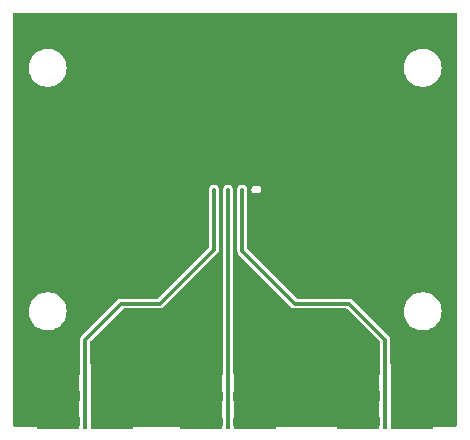
<source format=gbr>
G04 #@! TF.GenerationSoftware,KiCad,Pcbnew,(6.0.7)*
G04 #@! TF.CreationDate,2022-08-26T14:07:21-05:00*
G04 #@! TF.ProjectId,UTCPW_MountingBoard,55544350-575f-44d6-9f75-6e74696e6742,rev?*
G04 #@! TF.SameCoordinates,Original*
G04 #@! TF.FileFunction,Copper,L1,Top*
G04 #@! TF.FilePolarity,Positive*
%FSLAX46Y46*%
G04 Gerber Fmt 4.6, Leading zero omitted, Abs format (unit mm)*
G04 Created by KiCad (PCBNEW (6.0.7)) date 2022-08-26 14:07:21*
%MOMM*%
%LPD*%
G01*
G04 APERTURE LIST*
G04 #@! TA.AperFunction,ConnectorPad*
%ADD10R,0.330200X0.101600*%
G04 #@! TD*
G04 #@! TA.AperFunction,ComponentPad*
%ADD11C,1.219200*%
G04 #@! TD*
G04 #@! TA.AperFunction,SMDPad,CuDef*
%ADD12R,0.406400X5.537200*%
G04 #@! TD*
G04 #@! TA.AperFunction,SMDPad,CuDef*
%ADD13R,3.609340X5.537200*%
G04 #@! TD*
G04 #@! TA.AperFunction,Conductor*
%ADD14C,0.330200*%
G04 #@! TD*
G04 #@! TA.AperFunction,Conductor*
%ADD15C,0.250000*%
G04 #@! TD*
G04 APERTURE END LIST*
D10*
G04 #@! TO.P,U1,2*
G04 #@! TO.N,/Dev2*
X126400000Y-101600000D03*
G04 #@! TO.P,U1,1*
G04 #@! TO.N,/Dev1*
X125200000Y-101600000D03*
G04 #@! TO.P,U1,3*
G04 #@! TO.N,/Dev3*
X127600000Y-101600000D03*
G04 #@! TO.P,U1,4*
G04 #@! TO.N,/Dev4*
X128800000Y-101600000D03*
G04 #@! TD*
D11*
G04 #@! TO.P,REF\u002A\u002A,*
G04 #@! TO.N,*
X140919200Y-120167400D03*
X138480800Y-120167400D03*
X138480800Y-117957600D03*
X140919200Y-117957600D03*
D12*
G04 #@! TO.P,REF\u002A\u002A,1*
G04 #@! TO.N,/Dev3*
X139700000Y-119151400D03*
D13*
G04 #@! TO.P,REF\u002A\u002A,2*
G04 #@! TO.N,/GND*
X137439400Y-119151400D03*
X141960600Y-119151400D03*
G04 #@! TD*
D11*
G04 #@! TO.P,REF\u002A\u002A,*
G04 #@! TO.N,*
X115519200Y-120167400D03*
X113080800Y-120167400D03*
X113080800Y-117957600D03*
X115519200Y-117957600D03*
D12*
G04 #@! TO.P,REF\u002A\u002A,1*
G04 #@! TO.N,/Dev1*
X114300000Y-119151400D03*
D13*
G04 #@! TO.P,REF\u002A\u002A,2*
G04 #@! TO.N,/GND*
X112039400Y-119151400D03*
X116560600Y-119151400D03*
G04 #@! TD*
D11*
G04 #@! TO.P,REF\u002A\u002A,*
G04 #@! TO.N,*
X127619200Y-120167400D03*
X125180800Y-120167400D03*
X125180800Y-117957600D03*
X127619200Y-117957600D03*
D12*
G04 #@! TO.P,REF\u002A\u002A,1*
G04 #@! TO.N,/Dev2*
X126400000Y-119151400D03*
D13*
G04 #@! TO.P,REF\u002A\u002A,2*
G04 #@! TO.N,/GND*
X124139400Y-119151400D03*
X128660600Y-119151400D03*
G04 #@! TD*
D14*
G04 #@! TO.N,/Dev2*
X126400000Y-101600000D02*
X126400000Y-119151400D01*
G04 #@! TO.N,/Dev3*
X139700000Y-114300000D02*
X136652000Y-111252000D01*
X132080000Y-111252000D02*
X127600000Y-106772000D01*
X127600000Y-106772000D02*
X127600000Y-101600000D01*
X136652000Y-111252000D02*
X132080000Y-111252000D01*
X139700000Y-119151400D02*
X139700000Y-114300000D01*
G04 #@! TO.N,/Dev1*
X125200000Y-101600000D02*
X125200000Y-106680000D01*
X120628000Y-111252000D02*
X125200000Y-106680000D01*
D15*
X125200000Y-101602814D02*
X125200000Y-101600000D01*
X125200000Y-101602814D02*
X125200000Y-101622000D01*
D14*
X114300000Y-119151400D02*
X114300000Y-114300000D01*
X117348000Y-111252000D02*
X120628000Y-111252000D01*
X114300000Y-114300000D02*
X117348000Y-111252000D01*
G04 #@! TD*
G04 #@! TA.AperFunction,Conductor*
G04 #@! TO.N,/GND*
G36*
X145737621Y-86634502D02*
G01*
X145784114Y-86688158D01*
X145795500Y-86740500D01*
X145795500Y-121539500D01*
X145775498Y-121607621D01*
X145721842Y-121654114D01*
X145669500Y-121665500D01*
X140283700Y-121665500D01*
X140215579Y-121645498D01*
X140169086Y-121591842D01*
X140157700Y-121539500D01*
X140157700Y-120929514D01*
X140177702Y-120861393D01*
X140231358Y-120814900D01*
X140301632Y-120804796D01*
X140357761Y-120827578D01*
X140479428Y-120915974D01*
X140484770Y-120919855D01*
X140490798Y-120922539D01*
X140490800Y-120922540D01*
X140506462Y-120929513D01*
X140650707Y-120993735D01*
X140739543Y-121012617D01*
X140821922Y-121030128D01*
X140821926Y-121030128D01*
X140828379Y-121031500D01*
X141010021Y-121031500D01*
X141016474Y-121030128D01*
X141016478Y-121030128D01*
X141098857Y-121012617D01*
X141187693Y-120993735D01*
X141331938Y-120929513D01*
X141347600Y-120922540D01*
X141347602Y-120922539D01*
X141353630Y-120919855D01*
X141358972Y-120915974D01*
X141495237Y-120816972D01*
X141495239Y-120816970D01*
X141500581Y-120813089D01*
X141622123Y-120678103D01*
X141712943Y-120520797D01*
X141769073Y-120348046D01*
X141788060Y-120167400D01*
X141769073Y-119986754D01*
X141712943Y-119814003D01*
X141622123Y-119656697D01*
X141500581Y-119521711D01*
X141491345Y-119515000D01*
X141358972Y-119418826D01*
X141358971Y-119418825D01*
X141353630Y-119414945D01*
X141347602Y-119412261D01*
X141347600Y-119412260D01*
X141193724Y-119343750D01*
X141193723Y-119343750D01*
X141187693Y-119341065D01*
X141098857Y-119322182D01*
X141016478Y-119304672D01*
X141016474Y-119304672D01*
X141010021Y-119303300D01*
X140828379Y-119303300D01*
X140821926Y-119304672D01*
X140821922Y-119304672D01*
X140739543Y-119322182D01*
X140650707Y-119341065D01*
X140644677Y-119343750D01*
X140644676Y-119343750D01*
X140490800Y-119412260D01*
X140490798Y-119412261D01*
X140484770Y-119414945D01*
X140479429Y-119418825D01*
X140479428Y-119418826D01*
X140357761Y-119507222D01*
X140290893Y-119531081D01*
X140221741Y-119515000D01*
X140172261Y-119464086D01*
X140157700Y-119405286D01*
X140157699Y-118719713D01*
X140177701Y-118651592D01*
X140231357Y-118605099D01*
X140301630Y-118594995D01*
X140357760Y-118617777D01*
X140484770Y-118710055D01*
X140490798Y-118712739D01*
X140490800Y-118712740D01*
X140506462Y-118719713D01*
X140650707Y-118783935D01*
X140739543Y-118802817D01*
X140821922Y-118820328D01*
X140821926Y-118820328D01*
X140828379Y-118821700D01*
X141010021Y-118821700D01*
X141016474Y-118820328D01*
X141016478Y-118820328D01*
X141098857Y-118802817D01*
X141187693Y-118783935D01*
X141331938Y-118719713D01*
X141347600Y-118712740D01*
X141347602Y-118712739D01*
X141353630Y-118710055D01*
X141480640Y-118617777D01*
X141495237Y-118607172D01*
X141495239Y-118607170D01*
X141500581Y-118603289D01*
X141622123Y-118468303D01*
X141712943Y-118310997D01*
X141769073Y-118138246D01*
X141788060Y-117957600D01*
X141769073Y-117776954D01*
X141712943Y-117604203D01*
X141622123Y-117446897D01*
X141500581Y-117311911D01*
X141491346Y-117305201D01*
X141358972Y-117209026D01*
X141358971Y-117209025D01*
X141353630Y-117205145D01*
X141347602Y-117202461D01*
X141347600Y-117202460D01*
X141193724Y-117133950D01*
X141193723Y-117133950D01*
X141187693Y-117131265D01*
X141098857Y-117112382D01*
X141016478Y-117094872D01*
X141016474Y-117094872D01*
X141010021Y-117093500D01*
X140828379Y-117093500D01*
X140821926Y-117094872D01*
X140821922Y-117094872D01*
X140739543Y-117112382D01*
X140650707Y-117131265D01*
X140644677Y-117133950D01*
X140644676Y-117133950D01*
X140490800Y-117202460D01*
X140490798Y-117202461D01*
X140484770Y-117205145D01*
X140479429Y-117209025D01*
X140479428Y-117209026D01*
X140357760Y-117297423D01*
X140290892Y-117321282D01*
X140221741Y-117305201D01*
X140172260Y-117254287D01*
X140157699Y-117195487D01*
X140157699Y-116357734D01*
X140142934Y-116283499D01*
X140136038Y-116273178D01*
X140131289Y-116261714D01*
X140134745Y-116260283D01*
X140119600Y-116210356D01*
X140119600Y-114233542D01*
X140116536Y-114224111D01*
X140116535Y-114224107D01*
X140112332Y-114211172D01*
X140107716Y-114191948D01*
X140105588Y-114178512D01*
X140105588Y-114178511D01*
X140104037Y-114168720D01*
X140093359Y-114147763D01*
X140085794Y-114129501D01*
X140078526Y-114107132D01*
X140064705Y-114088109D01*
X140054374Y-114071250D01*
X140053712Y-114069951D01*
X140043695Y-114050291D01*
X137905804Y-111912400D01*
X141265539Y-111912400D01*
X141285354Y-112164175D01*
X141286508Y-112168982D01*
X141286509Y-112168988D01*
X141323613Y-112323535D01*
X141344312Y-112409751D01*
X141440960Y-112643080D01*
X141572919Y-112858417D01*
X141736939Y-113050461D01*
X141928983Y-113214481D01*
X142144320Y-113346440D01*
X142148890Y-113348333D01*
X142148894Y-113348335D01*
X142373076Y-113441194D01*
X142377649Y-113443088D01*
X142463865Y-113463787D01*
X142618412Y-113500891D01*
X142618418Y-113500892D01*
X142623225Y-113502046D01*
X142711253Y-113508974D01*
X142809507Y-113516707D01*
X142809516Y-113516707D01*
X142811964Y-113516900D01*
X142938036Y-113516900D01*
X142940484Y-113516707D01*
X142940493Y-113516707D01*
X143038747Y-113508974D01*
X143126775Y-113502046D01*
X143131582Y-113500892D01*
X143131588Y-113500891D01*
X143286135Y-113463787D01*
X143372351Y-113443088D01*
X143376924Y-113441194D01*
X143601106Y-113348335D01*
X143601110Y-113348333D01*
X143605680Y-113346440D01*
X143821017Y-113214481D01*
X144013061Y-113050461D01*
X144177081Y-112858417D01*
X144309040Y-112643080D01*
X144405688Y-112409751D01*
X144426387Y-112323535D01*
X144463491Y-112168988D01*
X144463492Y-112168982D01*
X144464646Y-112164175D01*
X144484461Y-111912400D01*
X144464646Y-111660625D01*
X144463492Y-111655818D01*
X144463491Y-111655812D01*
X144406843Y-111419861D01*
X144405688Y-111415049D01*
X144309040Y-111181720D01*
X144177081Y-110966383D01*
X144013061Y-110774339D01*
X143821017Y-110610319D01*
X143605680Y-110478360D01*
X143601110Y-110476467D01*
X143601106Y-110476465D01*
X143376924Y-110383606D01*
X143376922Y-110383605D01*
X143372351Y-110381712D01*
X143286135Y-110361013D01*
X143131588Y-110323909D01*
X143131582Y-110323908D01*
X143126775Y-110322754D01*
X143038747Y-110315826D01*
X142940493Y-110308093D01*
X142940484Y-110308093D01*
X142938036Y-110307900D01*
X142811964Y-110307900D01*
X142809516Y-110308093D01*
X142809507Y-110308093D01*
X142711253Y-110315826D01*
X142623225Y-110322754D01*
X142618418Y-110323908D01*
X142618412Y-110323909D01*
X142463865Y-110361013D01*
X142377649Y-110381712D01*
X142373078Y-110383605D01*
X142373076Y-110383606D01*
X142148894Y-110476465D01*
X142148890Y-110476467D01*
X142144320Y-110478360D01*
X141928983Y-110610319D01*
X141736939Y-110774339D01*
X141572919Y-110966383D01*
X141440960Y-111181720D01*
X141344312Y-111415049D01*
X141343157Y-111419861D01*
X141286509Y-111655812D01*
X141286508Y-111655818D01*
X141285354Y-111660625D01*
X141265539Y-111912400D01*
X137905804Y-111912400D01*
X136901709Y-110908305D01*
X136880751Y-110897626D01*
X136863891Y-110887295D01*
X136852892Y-110879304D01*
X136844868Y-110873474D01*
X136822499Y-110866206D01*
X136804234Y-110858640D01*
X136783280Y-110847963D01*
X136773489Y-110846412D01*
X136773488Y-110846412D01*
X136760052Y-110844284D01*
X136740828Y-110839668D01*
X136727893Y-110835465D01*
X136727889Y-110835464D01*
X136718458Y-110832400D01*
X132305994Y-110832400D01*
X132237873Y-110812398D01*
X132216899Y-110795495D01*
X128056505Y-106635101D01*
X128022479Y-106572789D01*
X128019600Y-106546006D01*
X128019600Y-101566980D01*
X128019599Y-101566975D01*
X128019599Y-101524134D01*
X128019599Y-101524133D01*
X128380400Y-101524133D01*
X128380401Y-101675866D01*
X128395166Y-101750101D01*
X128451416Y-101834284D01*
X128535599Y-101890534D01*
X128609833Y-101905300D01*
X128799969Y-101905300D01*
X128990166Y-101905299D01*
X129025918Y-101898188D01*
X129052226Y-101892956D01*
X129052228Y-101892955D01*
X129064401Y-101890534D01*
X129074721Y-101883639D01*
X129074722Y-101883638D01*
X129138268Y-101841177D01*
X129148584Y-101834284D01*
X129204834Y-101750101D01*
X129219600Y-101675867D01*
X129219599Y-101524134D01*
X129204834Y-101449899D01*
X129148584Y-101365716D01*
X129064401Y-101309466D01*
X128990167Y-101294700D01*
X128800031Y-101294700D01*
X128609834Y-101294701D01*
X128574082Y-101301812D01*
X128547774Y-101307044D01*
X128547772Y-101307045D01*
X128535599Y-101309466D01*
X128525279Y-101316361D01*
X128525278Y-101316362D01*
X128485002Y-101343274D01*
X128451416Y-101365716D01*
X128395166Y-101449899D01*
X128380400Y-101524133D01*
X128019599Y-101524133D01*
X128004834Y-101449899D01*
X127997941Y-101439583D01*
X127997939Y-101439578D01*
X127965219Y-101390610D01*
X127957718Y-101377812D01*
X127948200Y-101359132D01*
X127948199Y-101359130D01*
X127943695Y-101350291D01*
X127849709Y-101256305D01*
X127789020Y-101225383D01*
X127740117Y-101200465D01*
X127740114Y-101200464D01*
X127731280Y-101195963D01*
X127600000Y-101175170D01*
X127468720Y-101195963D01*
X127459886Y-101200464D01*
X127459883Y-101200465D01*
X127410980Y-101225383D01*
X127350291Y-101256305D01*
X127256305Y-101350291D01*
X127251801Y-101359130D01*
X127251800Y-101359132D01*
X127242282Y-101377812D01*
X127234781Y-101390610D01*
X127202060Y-101439580D01*
X127202058Y-101439584D01*
X127195166Y-101449899D01*
X127192745Y-101462068D01*
X127192745Y-101462069D01*
X127192744Y-101462074D01*
X127180400Y-101524133D01*
X127180400Y-106838458D01*
X127183464Y-106847889D01*
X127183465Y-106847893D01*
X127187668Y-106860828D01*
X127192284Y-106880052D01*
X127195963Y-106903280D01*
X127200465Y-106912115D01*
X127206640Y-106924234D01*
X127214206Y-106942499D01*
X127221474Y-106964868D01*
X127227304Y-106972892D01*
X127235295Y-106983891D01*
X127245626Y-107000750D01*
X127256305Y-107021709D01*
X131830291Y-111595695D01*
X131849951Y-111605712D01*
X131851250Y-111606374D01*
X131868109Y-111616705D01*
X131887132Y-111630526D01*
X131909501Y-111637794D01*
X131927763Y-111645359D01*
X131948720Y-111656037D01*
X131958511Y-111657588D01*
X131958512Y-111657588D01*
X131971948Y-111659716D01*
X131991172Y-111664332D01*
X132004107Y-111668535D01*
X132004111Y-111668536D01*
X132013542Y-111671600D01*
X136426006Y-111671600D01*
X136494127Y-111691602D01*
X136515101Y-111708505D01*
X139243495Y-114436899D01*
X139277521Y-114499211D01*
X139280400Y-114525994D01*
X139280400Y-116210356D01*
X139265255Y-116260284D01*
X139268710Y-116261715D01*
X139263960Y-116273181D01*
X139257066Y-116283499D01*
X139242300Y-116357733D01*
X139242300Y-117195486D01*
X139222298Y-117263607D01*
X139168642Y-117310100D01*
X139098368Y-117320204D01*
X139042239Y-117297422D01*
X138920572Y-117209026D01*
X138920571Y-117209025D01*
X138915230Y-117205145D01*
X138909202Y-117202461D01*
X138909200Y-117202460D01*
X138755324Y-117133950D01*
X138755323Y-117133950D01*
X138749293Y-117131265D01*
X138660457Y-117112382D01*
X138578078Y-117094872D01*
X138578074Y-117094872D01*
X138571621Y-117093500D01*
X138389979Y-117093500D01*
X138383526Y-117094872D01*
X138383522Y-117094872D01*
X138301143Y-117112382D01*
X138212307Y-117131265D01*
X138206277Y-117133950D01*
X138206276Y-117133950D01*
X138052400Y-117202460D01*
X138052398Y-117202461D01*
X138046370Y-117205145D01*
X138041029Y-117209025D01*
X138041028Y-117209026D01*
X137908655Y-117305201D01*
X137899419Y-117311911D01*
X137777877Y-117446897D01*
X137687057Y-117604203D01*
X137630927Y-117776954D01*
X137611940Y-117957600D01*
X137630927Y-118138246D01*
X137687057Y-118310997D01*
X137777877Y-118468303D01*
X137899419Y-118603289D01*
X137904761Y-118607170D01*
X137904763Y-118607172D01*
X137919360Y-118617777D01*
X138046370Y-118710055D01*
X138052398Y-118712739D01*
X138052400Y-118712740D01*
X138068062Y-118719713D01*
X138212307Y-118783935D01*
X138301143Y-118802817D01*
X138383522Y-118820328D01*
X138383526Y-118820328D01*
X138389979Y-118821700D01*
X138571621Y-118821700D01*
X138578074Y-118820328D01*
X138578078Y-118820328D01*
X138660457Y-118802817D01*
X138749293Y-118783935D01*
X138893538Y-118719713D01*
X138909200Y-118712740D01*
X138909202Y-118712739D01*
X138915230Y-118710055D01*
X139042238Y-118617778D01*
X139109107Y-118593919D01*
X139178259Y-118610000D01*
X139227739Y-118660914D01*
X139242300Y-118719714D01*
X139242301Y-119405287D01*
X139222299Y-119473408D01*
X139168643Y-119519901D01*
X139098370Y-119530005D01*
X139042240Y-119507223D01*
X138920572Y-119418826D01*
X138920571Y-119418825D01*
X138915230Y-119414945D01*
X138909202Y-119412261D01*
X138909200Y-119412260D01*
X138755324Y-119343750D01*
X138755323Y-119343750D01*
X138749293Y-119341065D01*
X138660457Y-119322182D01*
X138578078Y-119304672D01*
X138578074Y-119304672D01*
X138571621Y-119303300D01*
X138389979Y-119303300D01*
X138383526Y-119304672D01*
X138383522Y-119304672D01*
X138301143Y-119322182D01*
X138212307Y-119341065D01*
X138206277Y-119343750D01*
X138206276Y-119343750D01*
X138052400Y-119412260D01*
X138052398Y-119412261D01*
X138046370Y-119414945D01*
X138041029Y-119418825D01*
X138041028Y-119418826D01*
X137908656Y-119515000D01*
X137899419Y-119521711D01*
X137777877Y-119656697D01*
X137687057Y-119814003D01*
X137630927Y-119986754D01*
X137611940Y-120167400D01*
X137630927Y-120348046D01*
X137687057Y-120520797D01*
X137777877Y-120678103D01*
X137899419Y-120813089D01*
X137904761Y-120816970D01*
X137904763Y-120816972D01*
X138041028Y-120915974D01*
X138046370Y-120919855D01*
X138052398Y-120922539D01*
X138052400Y-120922540D01*
X138068062Y-120929513D01*
X138212307Y-120993735D01*
X138301143Y-121012617D01*
X138383522Y-121030128D01*
X138383526Y-121030128D01*
X138389979Y-121031500D01*
X138571621Y-121031500D01*
X138578074Y-121030128D01*
X138578078Y-121030128D01*
X138660457Y-121012617D01*
X138749293Y-120993735D01*
X138893538Y-120929513D01*
X138909200Y-120922540D01*
X138909202Y-120922539D01*
X138915230Y-120919855D01*
X139042240Y-120827577D01*
X139109108Y-120803718D01*
X139178259Y-120819799D01*
X139227740Y-120870713D01*
X139242301Y-120929513D01*
X139242301Y-121539500D01*
X139222299Y-121607621D01*
X139168643Y-121654114D01*
X139116301Y-121665500D01*
X126983700Y-121665500D01*
X126915579Y-121645498D01*
X126869086Y-121591842D01*
X126857700Y-121539500D01*
X126857700Y-120929514D01*
X126877702Y-120861393D01*
X126931358Y-120814900D01*
X127001632Y-120804796D01*
X127057761Y-120827578D01*
X127179428Y-120915974D01*
X127184770Y-120919855D01*
X127190798Y-120922539D01*
X127190800Y-120922540D01*
X127206462Y-120929513D01*
X127350707Y-120993735D01*
X127439543Y-121012617D01*
X127521922Y-121030128D01*
X127521926Y-121030128D01*
X127528379Y-121031500D01*
X127710021Y-121031500D01*
X127716474Y-121030128D01*
X127716478Y-121030128D01*
X127798857Y-121012617D01*
X127887693Y-120993735D01*
X128031938Y-120929513D01*
X128047600Y-120922540D01*
X128047602Y-120922539D01*
X128053630Y-120919855D01*
X128058972Y-120915974D01*
X128195237Y-120816972D01*
X128195239Y-120816970D01*
X128200581Y-120813089D01*
X128322123Y-120678103D01*
X128412943Y-120520797D01*
X128469073Y-120348046D01*
X128488060Y-120167400D01*
X128469073Y-119986754D01*
X128412943Y-119814003D01*
X128322123Y-119656697D01*
X128200581Y-119521711D01*
X128191345Y-119515000D01*
X128058972Y-119418826D01*
X128058971Y-119418825D01*
X128053630Y-119414945D01*
X128047602Y-119412261D01*
X128047600Y-119412260D01*
X127893724Y-119343750D01*
X127893723Y-119343750D01*
X127887693Y-119341065D01*
X127798857Y-119322182D01*
X127716478Y-119304672D01*
X127716474Y-119304672D01*
X127710021Y-119303300D01*
X127528379Y-119303300D01*
X127521926Y-119304672D01*
X127521922Y-119304672D01*
X127439543Y-119322182D01*
X127350707Y-119341065D01*
X127344677Y-119343750D01*
X127344676Y-119343750D01*
X127190800Y-119412260D01*
X127190798Y-119412261D01*
X127184770Y-119414945D01*
X127179429Y-119418825D01*
X127179428Y-119418826D01*
X127057761Y-119507222D01*
X126990893Y-119531081D01*
X126921741Y-119515000D01*
X126872261Y-119464086D01*
X126857700Y-119405286D01*
X126857699Y-118719713D01*
X126877701Y-118651592D01*
X126931357Y-118605099D01*
X127001630Y-118594995D01*
X127057760Y-118617777D01*
X127184770Y-118710055D01*
X127190798Y-118712739D01*
X127190800Y-118712740D01*
X127206462Y-118719713D01*
X127350707Y-118783935D01*
X127439543Y-118802817D01*
X127521922Y-118820328D01*
X127521926Y-118820328D01*
X127528379Y-118821700D01*
X127710021Y-118821700D01*
X127716474Y-118820328D01*
X127716478Y-118820328D01*
X127798857Y-118802817D01*
X127887693Y-118783935D01*
X128031938Y-118719713D01*
X128047600Y-118712740D01*
X128047602Y-118712739D01*
X128053630Y-118710055D01*
X128180640Y-118617777D01*
X128195237Y-118607172D01*
X128195239Y-118607170D01*
X128200581Y-118603289D01*
X128322123Y-118468303D01*
X128412943Y-118310997D01*
X128469073Y-118138246D01*
X128488060Y-117957600D01*
X128469073Y-117776954D01*
X128412943Y-117604203D01*
X128322123Y-117446897D01*
X128200581Y-117311911D01*
X128191346Y-117305201D01*
X128058972Y-117209026D01*
X128058971Y-117209025D01*
X128053630Y-117205145D01*
X128047602Y-117202461D01*
X128047600Y-117202460D01*
X127893724Y-117133950D01*
X127893723Y-117133950D01*
X127887693Y-117131265D01*
X127798857Y-117112382D01*
X127716478Y-117094872D01*
X127716474Y-117094872D01*
X127710021Y-117093500D01*
X127528379Y-117093500D01*
X127521926Y-117094872D01*
X127521922Y-117094872D01*
X127439543Y-117112382D01*
X127350707Y-117131265D01*
X127344677Y-117133950D01*
X127344676Y-117133950D01*
X127190800Y-117202460D01*
X127190798Y-117202461D01*
X127184770Y-117205145D01*
X127179429Y-117209025D01*
X127179428Y-117209026D01*
X127057760Y-117297423D01*
X126990892Y-117321282D01*
X126921741Y-117305201D01*
X126872260Y-117254287D01*
X126857699Y-117195487D01*
X126857699Y-116357734D01*
X126842934Y-116283499D01*
X126836038Y-116273178D01*
X126831289Y-116261714D01*
X126834745Y-116260283D01*
X126819600Y-116210356D01*
X126819600Y-101566980D01*
X126819599Y-101566975D01*
X126819599Y-101524134D01*
X126804834Y-101449899D01*
X126797941Y-101439583D01*
X126797939Y-101439578D01*
X126765219Y-101390610D01*
X126757718Y-101377812D01*
X126748200Y-101359132D01*
X126748199Y-101359130D01*
X126743695Y-101350291D01*
X126649709Y-101256305D01*
X126589020Y-101225383D01*
X126540117Y-101200465D01*
X126540114Y-101200464D01*
X126531280Y-101195963D01*
X126400000Y-101175170D01*
X126268720Y-101195963D01*
X126259886Y-101200464D01*
X126259883Y-101200465D01*
X126210980Y-101225383D01*
X126150291Y-101256305D01*
X126056305Y-101350291D01*
X126051801Y-101359130D01*
X126051800Y-101359132D01*
X126042282Y-101377812D01*
X126034781Y-101390610D01*
X126002060Y-101439580D01*
X126002058Y-101439584D01*
X125995166Y-101449899D01*
X125992745Y-101462068D01*
X125992745Y-101462069D01*
X125992744Y-101462074D01*
X125980400Y-101524133D01*
X125980400Y-116210356D01*
X125965255Y-116260284D01*
X125968710Y-116261715D01*
X125963960Y-116273181D01*
X125957066Y-116283499D01*
X125942300Y-116357733D01*
X125942300Y-117195486D01*
X125922298Y-117263607D01*
X125868642Y-117310100D01*
X125798368Y-117320204D01*
X125742239Y-117297422D01*
X125620572Y-117209026D01*
X125620571Y-117209025D01*
X125615230Y-117205145D01*
X125609202Y-117202461D01*
X125609200Y-117202460D01*
X125455324Y-117133950D01*
X125455323Y-117133950D01*
X125449293Y-117131265D01*
X125360457Y-117112382D01*
X125278078Y-117094872D01*
X125278074Y-117094872D01*
X125271621Y-117093500D01*
X125089979Y-117093500D01*
X125083526Y-117094872D01*
X125083522Y-117094872D01*
X125001143Y-117112382D01*
X124912307Y-117131265D01*
X124906277Y-117133950D01*
X124906276Y-117133950D01*
X124752400Y-117202460D01*
X124752398Y-117202461D01*
X124746370Y-117205145D01*
X124741029Y-117209025D01*
X124741028Y-117209026D01*
X124608655Y-117305201D01*
X124599419Y-117311911D01*
X124477877Y-117446897D01*
X124387057Y-117604203D01*
X124330927Y-117776954D01*
X124311940Y-117957600D01*
X124330927Y-118138246D01*
X124387057Y-118310997D01*
X124477877Y-118468303D01*
X124599419Y-118603289D01*
X124604761Y-118607170D01*
X124604763Y-118607172D01*
X124619360Y-118617777D01*
X124746370Y-118710055D01*
X124752398Y-118712739D01*
X124752400Y-118712740D01*
X124768062Y-118719713D01*
X124912307Y-118783935D01*
X125001143Y-118802817D01*
X125083522Y-118820328D01*
X125083526Y-118820328D01*
X125089979Y-118821700D01*
X125271621Y-118821700D01*
X125278074Y-118820328D01*
X125278078Y-118820328D01*
X125360457Y-118802817D01*
X125449293Y-118783935D01*
X125593538Y-118719713D01*
X125609200Y-118712740D01*
X125609202Y-118712739D01*
X125615230Y-118710055D01*
X125742238Y-118617778D01*
X125809107Y-118593919D01*
X125878259Y-118610000D01*
X125927739Y-118660914D01*
X125942300Y-118719714D01*
X125942301Y-119405287D01*
X125922299Y-119473408D01*
X125868643Y-119519901D01*
X125798370Y-119530005D01*
X125742240Y-119507223D01*
X125620572Y-119418826D01*
X125620571Y-119418825D01*
X125615230Y-119414945D01*
X125609202Y-119412261D01*
X125609200Y-119412260D01*
X125455324Y-119343750D01*
X125455323Y-119343750D01*
X125449293Y-119341065D01*
X125360457Y-119322182D01*
X125278078Y-119304672D01*
X125278074Y-119304672D01*
X125271621Y-119303300D01*
X125089979Y-119303300D01*
X125083526Y-119304672D01*
X125083522Y-119304672D01*
X125001143Y-119322182D01*
X124912307Y-119341065D01*
X124906277Y-119343750D01*
X124906276Y-119343750D01*
X124752400Y-119412260D01*
X124752398Y-119412261D01*
X124746370Y-119414945D01*
X124741029Y-119418825D01*
X124741028Y-119418826D01*
X124608656Y-119515000D01*
X124599419Y-119521711D01*
X124477877Y-119656697D01*
X124387057Y-119814003D01*
X124330927Y-119986754D01*
X124311940Y-120167400D01*
X124330927Y-120348046D01*
X124387057Y-120520797D01*
X124477877Y-120678103D01*
X124599419Y-120813089D01*
X124604761Y-120816970D01*
X124604763Y-120816972D01*
X124741028Y-120915974D01*
X124746370Y-120919855D01*
X124752398Y-120922539D01*
X124752400Y-120922540D01*
X124768062Y-120929513D01*
X124912307Y-120993735D01*
X125001143Y-121012617D01*
X125083522Y-121030128D01*
X125083526Y-121030128D01*
X125089979Y-121031500D01*
X125271621Y-121031500D01*
X125278074Y-121030128D01*
X125278078Y-121030128D01*
X125360457Y-121012617D01*
X125449293Y-120993735D01*
X125593538Y-120929513D01*
X125609200Y-120922540D01*
X125609202Y-120922539D01*
X125615230Y-120919855D01*
X125742240Y-120827577D01*
X125809108Y-120803718D01*
X125878259Y-120819799D01*
X125927740Y-120870713D01*
X125942301Y-120929513D01*
X125942301Y-121539500D01*
X125922299Y-121607621D01*
X125868643Y-121654114D01*
X125816301Y-121665500D01*
X114883700Y-121665500D01*
X114815579Y-121645498D01*
X114769086Y-121591842D01*
X114757700Y-121539500D01*
X114757700Y-120929514D01*
X114777702Y-120861393D01*
X114831358Y-120814900D01*
X114901632Y-120804796D01*
X114957761Y-120827578D01*
X115079428Y-120915974D01*
X115084770Y-120919855D01*
X115090798Y-120922539D01*
X115090800Y-120922540D01*
X115106462Y-120929513D01*
X115250707Y-120993735D01*
X115339543Y-121012617D01*
X115421922Y-121030128D01*
X115421926Y-121030128D01*
X115428379Y-121031500D01*
X115610021Y-121031500D01*
X115616474Y-121030128D01*
X115616478Y-121030128D01*
X115698857Y-121012617D01*
X115787693Y-120993735D01*
X115931938Y-120929513D01*
X115947600Y-120922540D01*
X115947602Y-120922539D01*
X115953630Y-120919855D01*
X115958972Y-120915974D01*
X116095237Y-120816972D01*
X116095239Y-120816970D01*
X116100581Y-120813089D01*
X116222123Y-120678103D01*
X116312943Y-120520797D01*
X116369073Y-120348046D01*
X116388060Y-120167400D01*
X116369073Y-119986754D01*
X116312943Y-119814003D01*
X116222123Y-119656697D01*
X116100581Y-119521711D01*
X116091345Y-119515000D01*
X115958972Y-119418826D01*
X115958971Y-119418825D01*
X115953630Y-119414945D01*
X115947602Y-119412261D01*
X115947600Y-119412260D01*
X115793724Y-119343750D01*
X115793723Y-119343750D01*
X115787693Y-119341065D01*
X115698857Y-119322182D01*
X115616478Y-119304672D01*
X115616474Y-119304672D01*
X115610021Y-119303300D01*
X115428379Y-119303300D01*
X115421926Y-119304672D01*
X115421922Y-119304672D01*
X115339543Y-119322182D01*
X115250707Y-119341065D01*
X115244677Y-119343750D01*
X115244676Y-119343750D01*
X115090800Y-119412260D01*
X115090798Y-119412261D01*
X115084770Y-119414945D01*
X115079429Y-119418825D01*
X115079428Y-119418826D01*
X114957761Y-119507222D01*
X114890893Y-119531081D01*
X114821741Y-119515000D01*
X114772261Y-119464086D01*
X114757700Y-119405286D01*
X114757699Y-118719713D01*
X114777701Y-118651592D01*
X114831357Y-118605099D01*
X114901630Y-118594995D01*
X114957760Y-118617777D01*
X115084770Y-118710055D01*
X115090798Y-118712739D01*
X115090800Y-118712740D01*
X115106462Y-118719713D01*
X115250707Y-118783935D01*
X115339543Y-118802817D01*
X115421922Y-118820328D01*
X115421926Y-118820328D01*
X115428379Y-118821700D01*
X115610021Y-118821700D01*
X115616474Y-118820328D01*
X115616478Y-118820328D01*
X115698857Y-118802817D01*
X115787693Y-118783935D01*
X115931938Y-118719713D01*
X115947600Y-118712740D01*
X115947602Y-118712739D01*
X115953630Y-118710055D01*
X116080640Y-118617777D01*
X116095237Y-118607172D01*
X116095239Y-118607170D01*
X116100581Y-118603289D01*
X116222123Y-118468303D01*
X116312943Y-118310997D01*
X116369073Y-118138246D01*
X116388060Y-117957600D01*
X116369073Y-117776954D01*
X116312943Y-117604203D01*
X116222123Y-117446897D01*
X116100581Y-117311911D01*
X116091346Y-117305201D01*
X115958972Y-117209026D01*
X115958971Y-117209025D01*
X115953630Y-117205145D01*
X115947602Y-117202461D01*
X115947600Y-117202460D01*
X115793724Y-117133950D01*
X115793723Y-117133950D01*
X115787693Y-117131265D01*
X115698857Y-117112382D01*
X115616478Y-117094872D01*
X115616474Y-117094872D01*
X115610021Y-117093500D01*
X115428379Y-117093500D01*
X115421926Y-117094872D01*
X115421922Y-117094872D01*
X115339543Y-117112382D01*
X115250707Y-117131265D01*
X115244677Y-117133950D01*
X115244676Y-117133950D01*
X115090800Y-117202460D01*
X115090798Y-117202461D01*
X115084770Y-117205145D01*
X115079429Y-117209025D01*
X115079428Y-117209026D01*
X114957760Y-117297423D01*
X114890892Y-117321282D01*
X114821741Y-117305201D01*
X114772260Y-117254287D01*
X114757699Y-117195487D01*
X114757699Y-116357734D01*
X114742934Y-116283499D01*
X114736038Y-116273178D01*
X114731289Y-116261714D01*
X114734745Y-116260283D01*
X114719600Y-116210356D01*
X114719600Y-114525994D01*
X114739602Y-114457873D01*
X114756505Y-114436899D01*
X117484899Y-111708505D01*
X117547211Y-111674479D01*
X117573994Y-111671600D01*
X120694458Y-111671600D01*
X120703889Y-111668536D01*
X120703893Y-111668535D01*
X120716828Y-111664332D01*
X120736052Y-111659716D01*
X120749488Y-111657588D01*
X120749489Y-111657588D01*
X120759280Y-111656037D01*
X120780237Y-111645359D01*
X120798499Y-111637794D01*
X120820868Y-111630526D01*
X120839891Y-111616705D01*
X120856750Y-111606374D01*
X120858049Y-111605712D01*
X120877709Y-111595695D01*
X125543695Y-106929709D01*
X125554373Y-106908751D01*
X125564699Y-106891899D01*
X125578526Y-106872869D01*
X125581591Y-106863437D01*
X125585796Y-106850497D01*
X125593360Y-106832236D01*
X125599534Y-106820118D01*
X125599534Y-106820117D01*
X125604037Y-106811280D01*
X125607716Y-106788052D01*
X125612332Y-106768828D01*
X125616535Y-106755893D01*
X125616536Y-106755889D01*
X125619600Y-106746458D01*
X125619600Y-101566980D01*
X125619599Y-101566975D01*
X125619599Y-101524134D01*
X125604834Y-101449899D01*
X125597941Y-101439583D01*
X125597939Y-101439578D01*
X125565219Y-101390610D01*
X125557718Y-101377812D01*
X125548200Y-101359132D01*
X125548199Y-101359130D01*
X125543695Y-101350291D01*
X125449709Y-101256305D01*
X125389020Y-101225383D01*
X125340117Y-101200465D01*
X125340114Y-101200464D01*
X125331280Y-101195963D01*
X125200000Y-101175170D01*
X125068720Y-101195963D01*
X125059886Y-101200464D01*
X125059883Y-101200465D01*
X125010980Y-101225383D01*
X124950291Y-101256305D01*
X124856305Y-101350291D01*
X124851801Y-101359130D01*
X124851800Y-101359132D01*
X124842282Y-101377812D01*
X124834781Y-101390610D01*
X124802060Y-101439580D01*
X124802058Y-101439584D01*
X124795166Y-101449899D01*
X124792745Y-101462068D01*
X124792745Y-101462069D01*
X124792744Y-101462074D01*
X124780400Y-101524133D01*
X124780400Y-106454006D01*
X124760398Y-106522127D01*
X124743495Y-106543101D01*
X120491101Y-110795495D01*
X120428789Y-110829521D01*
X120402006Y-110832400D01*
X117281542Y-110832400D01*
X117272111Y-110835464D01*
X117272107Y-110835465D01*
X117259172Y-110839668D01*
X117239948Y-110844284D01*
X117226512Y-110846412D01*
X117226511Y-110846412D01*
X117216720Y-110847963D01*
X117195766Y-110858640D01*
X117177501Y-110866206D01*
X117155132Y-110873474D01*
X117147108Y-110879304D01*
X117136109Y-110887295D01*
X117119249Y-110897626D01*
X117098291Y-110908305D01*
X113956305Y-114050291D01*
X113946288Y-114069951D01*
X113945626Y-114071250D01*
X113935295Y-114088109D01*
X113921474Y-114107132D01*
X113914206Y-114129501D01*
X113906641Y-114147763D01*
X113895963Y-114168720D01*
X113894412Y-114178511D01*
X113894412Y-114178512D01*
X113892284Y-114191948D01*
X113887668Y-114211172D01*
X113883465Y-114224107D01*
X113883464Y-114224111D01*
X113880400Y-114233542D01*
X113880400Y-116210356D01*
X113865255Y-116260284D01*
X113868710Y-116261715D01*
X113863960Y-116273181D01*
X113857066Y-116283499D01*
X113842300Y-116357733D01*
X113842300Y-117195486D01*
X113822298Y-117263607D01*
X113768642Y-117310100D01*
X113698368Y-117320204D01*
X113642239Y-117297422D01*
X113520572Y-117209026D01*
X113520571Y-117209025D01*
X113515230Y-117205145D01*
X113509202Y-117202461D01*
X113509200Y-117202460D01*
X113355324Y-117133950D01*
X113355323Y-117133950D01*
X113349293Y-117131265D01*
X113260457Y-117112382D01*
X113178078Y-117094872D01*
X113178074Y-117094872D01*
X113171621Y-117093500D01*
X112989979Y-117093500D01*
X112983526Y-117094872D01*
X112983522Y-117094872D01*
X112901143Y-117112382D01*
X112812307Y-117131265D01*
X112806277Y-117133950D01*
X112806276Y-117133950D01*
X112652400Y-117202460D01*
X112652398Y-117202461D01*
X112646370Y-117205145D01*
X112641029Y-117209025D01*
X112641028Y-117209026D01*
X112508655Y-117305201D01*
X112499419Y-117311911D01*
X112377877Y-117446897D01*
X112287057Y-117604203D01*
X112230927Y-117776954D01*
X112211940Y-117957600D01*
X112230927Y-118138246D01*
X112287057Y-118310997D01*
X112377877Y-118468303D01*
X112499419Y-118603289D01*
X112504761Y-118607170D01*
X112504763Y-118607172D01*
X112519360Y-118617777D01*
X112646370Y-118710055D01*
X112652398Y-118712739D01*
X112652400Y-118712740D01*
X112668062Y-118719713D01*
X112812307Y-118783935D01*
X112901143Y-118802817D01*
X112983522Y-118820328D01*
X112983526Y-118820328D01*
X112989979Y-118821700D01*
X113171621Y-118821700D01*
X113178074Y-118820328D01*
X113178078Y-118820328D01*
X113260457Y-118802817D01*
X113349293Y-118783935D01*
X113493538Y-118719713D01*
X113509200Y-118712740D01*
X113509202Y-118712739D01*
X113515230Y-118710055D01*
X113642238Y-118617778D01*
X113709107Y-118593919D01*
X113778259Y-118610000D01*
X113827739Y-118660914D01*
X113842300Y-118719714D01*
X113842301Y-119405287D01*
X113822299Y-119473408D01*
X113768643Y-119519901D01*
X113698370Y-119530005D01*
X113642240Y-119507223D01*
X113520572Y-119418826D01*
X113520571Y-119418825D01*
X113515230Y-119414945D01*
X113509202Y-119412261D01*
X113509200Y-119412260D01*
X113355324Y-119343750D01*
X113355323Y-119343750D01*
X113349293Y-119341065D01*
X113260457Y-119322182D01*
X113178078Y-119304672D01*
X113178074Y-119304672D01*
X113171621Y-119303300D01*
X112989979Y-119303300D01*
X112983526Y-119304672D01*
X112983522Y-119304672D01*
X112901143Y-119322182D01*
X112812307Y-119341065D01*
X112806277Y-119343750D01*
X112806276Y-119343750D01*
X112652400Y-119412260D01*
X112652398Y-119412261D01*
X112646370Y-119414945D01*
X112641029Y-119418825D01*
X112641028Y-119418826D01*
X112508656Y-119515000D01*
X112499419Y-119521711D01*
X112377877Y-119656697D01*
X112287057Y-119814003D01*
X112230927Y-119986754D01*
X112211940Y-120167400D01*
X112230927Y-120348046D01*
X112287057Y-120520797D01*
X112377877Y-120678103D01*
X112499419Y-120813089D01*
X112504761Y-120816970D01*
X112504763Y-120816972D01*
X112641028Y-120915974D01*
X112646370Y-120919855D01*
X112652398Y-120922539D01*
X112652400Y-120922540D01*
X112668062Y-120929513D01*
X112812307Y-120993735D01*
X112901143Y-121012617D01*
X112983522Y-121030128D01*
X112983526Y-121030128D01*
X112989979Y-121031500D01*
X113171621Y-121031500D01*
X113178074Y-121030128D01*
X113178078Y-121030128D01*
X113260457Y-121012617D01*
X113349293Y-120993735D01*
X113493538Y-120929513D01*
X113509200Y-120922540D01*
X113509202Y-120922539D01*
X113515230Y-120919855D01*
X113642240Y-120827577D01*
X113709108Y-120803718D01*
X113778259Y-120819799D01*
X113827740Y-120870713D01*
X113842301Y-120929513D01*
X113842301Y-121539500D01*
X113822299Y-121607621D01*
X113768643Y-121654114D01*
X113716301Y-121665500D01*
X108330500Y-121665500D01*
X108262379Y-121645498D01*
X108215886Y-121591842D01*
X108204500Y-121539500D01*
X108204500Y-111912400D01*
X109515539Y-111912400D01*
X109535354Y-112164175D01*
X109536508Y-112168982D01*
X109536509Y-112168988D01*
X109573613Y-112323535D01*
X109594312Y-112409751D01*
X109690960Y-112643080D01*
X109822919Y-112858417D01*
X109986939Y-113050461D01*
X110178983Y-113214481D01*
X110394320Y-113346440D01*
X110398890Y-113348333D01*
X110398894Y-113348335D01*
X110623076Y-113441194D01*
X110627649Y-113443088D01*
X110713865Y-113463787D01*
X110868412Y-113500891D01*
X110868418Y-113500892D01*
X110873225Y-113502046D01*
X110961253Y-113508974D01*
X111059507Y-113516707D01*
X111059516Y-113516707D01*
X111061964Y-113516900D01*
X111188036Y-113516900D01*
X111190484Y-113516707D01*
X111190493Y-113516707D01*
X111288747Y-113508974D01*
X111376775Y-113502046D01*
X111381582Y-113500892D01*
X111381588Y-113500891D01*
X111536135Y-113463787D01*
X111622351Y-113443088D01*
X111626924Y-113441194D01*
X111851106Y-113348335D01*
X111851110Y-113348333D01*
X111855680Y-113346440D01*
X112071017Y-113214481D01*
X112263061Y-113050461D01*
X112427081Y-112858417D01*
X112559040Y-112643080D01*
X112655688Y-112409751D01*
X112676387Y-112323535D01*
X112713491Y-112168988D01*
X112713492Y-112168982D01*
X112714646Y-112164175D01*
X112734461Y-111912400D01*
X112714646Y-111660625D01*
X112713492Y-111655818D01*
X112713491Y-111655812D01*
X112656843Y-111419861D01*
X112655688Y-111415049D01*
X112559040Y-111181720D01*
X112427081Y-110966383D01*
X112263061Y-110774339D01*
X112071017Y-110610319D01*
X111855680Y-110478360D01*
X111851110Y-110476467D01*
X111851106Y-110476465D01*
X111626924Y-110383606D01*
X111626922Y-110383605D01*
X111622351Y-110381712D01*
X111536135Y-110361013D01*
X111381588Y-110323909D01*
X111381582Y-110323908D01*
X111376775Y-110322754D01*
X111288747Y-110315826D01*
X111190493Y-110308093D01*
X111190484Y-110308093D01*
X111188036Y-110307900D01*
X111061964Y-110307900D01*
X111059516Y-110308093D01*
X111059507Y-110308093D01*
X110961253Y-110315826D01*
X110873225Y-110322754D01*
X110868418Y-110323908D01*
X110868412Y-110323909D01*
X110713865Y-110361013D01*
X110627649Y-110381712D01*
X110623078Y-110383605D01*
X110623076Y-110383606D01*
X110398894Y-110476465D01*
X110398890Y-110476467D01*
X110394320Y-110478360D01*
X110178983Y-110610319D01*
X109986939Y-110774339D01*
X109822919Y-110966383D01*
X109690960Y-111181720D01*
X109594312Y-111415049D01*
X109593157Y-111419861D01*
X109536509Y-111655812D01*
X109536508Y-111655818D01*
X109535354Y-111660625D01*
X109515539Y-111912400D01*
X108204500Y-111912400D01*
X108204500Y-91287600D01*
X109515539Y-91287600D01*
X109535354Y-91539375D01*
X109536508Y-91544182D01*
X109536509Y-91544188D01*
X109573613Y-91698735D01*
X109594312Y-91784951D01*
X109690960Y-92018280D01*
X109822919Y-92233617D01*
X109986939Y-92425661D01*
X110178983Y-92589681D01*
X110394320Y-92721640D01*
X110398890Y-92723533D01*
X110398894Y-92723535D01*
X110623076Y-92816394D01*
X110627649Y-92818288D01*
X110713865Y-92838987D01*
X110868412Y-92876091D01*
X110868418Y-92876092D01*
X110873225Y-92877246D01*
X110961253Y-92884174D01*
X111059507Y-92891907D01*
X111059516Y-92891907D01*
X111061964Y-92892100D01*
X111188036Y-92892100D01*
X111190484Y-92891907D01*
X111190493Y-92891907D01*
X111288747Y-92884174D01*
X111376775Y-92877246D01*
X111381582Y-92876092D01*
X111381588Y-92876091D01*
X111536135Y-92838987D01*
X111622351Y-92818288D01*
X111626924Y-92816394D01*
X111851106Y-92723535D01*
X111851110Y-92723533D01*
X111855680Y-92721640D01*
X112071017Y-92589681D01*
X112263061Y-92425661D01*
X112427081Y-92233617D01*
X112559040Y-92018280D01*
X112655688Y-91784951D01*
X112676387Y-91698735D01*
X112713491Y-91544188D01*
X112713492Y-91544182D01*
X112714646Y-91539375D01*
X112734461Y-91287600D01*
X141265539Y-91287600D01*
X141285354Y-91539375D01*
X141286508Y-91544182D01*
X141286509Y-91544188D01*
X141323613Y-91698735D01*
X141344312Y-91784951D01*
X141440960Y-92018280D01*
X141572919Y-92233617D01*
X141736939Y-92425661D01*
X141928983Y-92589681D01*
X142144320Y-92721640D01*
X142148890Y-92723533D01*
X142148894Y-92723535D01*
X142373076Y-92816394D01*
X142377649Y-92818288D01*
X142463865Y-92838987D01*
X142618412Y-92876091D01*
X142618418Y-92876092D01*
X142623225Y-92877246D01*
X142711253Y-92884174D01*
X142809507Y-92891907D01*
X142809516Y-92891907D01*
X142811964Y-92892100D01*
X142938036Y-92892100D01*
X142940484Y-92891907D01*
X142940493Y-92891907D01*
X143038747Y-92884174D01*
X143126775Y-92877246D01*
X143131582Y-92876092D01*
X143131588Y-92876091D01*
X143286135Y-92838987D01*
X143372351Y-92818288D01*
X143376924Y-92816394D01*
X143601106Y-92723535D01*
X143601110Y-92723533D01*
X143605680Y-92721640D01*
X143821017Y-92589681D01*
X144013061Y-92425661D01*
X144177081Y-92233617D01*
X144309040Y-92018280D01*
X144405688Y-91784951D01*
X144426387Y-91698735D01*
X144463491Y-91544188D01*
X144463492Y-91544182D01*
X144464646Y-91539375D01*
X144484461Y-91287600D01*
X144464646Y-91035825D01*
X144463492Y-91031018D01*
X144463491Y-91031012D01*
X144406843Y-90795061D01*
X144405688Y-90790249D01*
X144309040Y-90556920D01*
X144177081Y-90341583D01*
X144013061Y-90149539D01*
X143821017Y-89985519D01*
X143605680Y-89853560D01*
X143601110Y-89851667D01*
X143601106Y-89851665D01*
X143376924Y-89758806D01*
X143376922Y-89758805D01*
X143372351Y-89756912D01*
X143286135Y-89736213D01*
X143131588Y-89699109D01*
X143131582Y-89699108D01*
X143126775Y-89697954D01*
X143038747Y-89691026D01*
X142940493Y-89683293D01*
X142940484Y-89683293D01*
X142938036Y-89683100D01*
X142811964Y-89683100D01*
X142809516Y-89683293D01*
X142809507Y-89683293D01*
X142711253Y-89691026D01*
X142623225Y-89697954D01*
X142618418Y-89699108D01*
X142618412Y-89699109D01*
X142463865Y-89736213D01*
X142377649Y-89756912D01*
X142373078Y-89758805D01*
X142373076Y-89758806D01*
X142148894Y-89851665D01*
X142148890Y-89851667D01*
X142144320Y-89853560D01*
X141928983Y-89985519D01*
X141736939Y-90149539D01*
X141572919Y-90341583D01*
X141440960Y-90556920D01*
X141344312Y-90790249D01*
X141343157Y-90795061D01*
X141286509Y-91031012D01*
X141286508Y-91031018D01*
X141285354Y-91035825D01*
X141265539Y-91287600D01*
X112734461Y-91287600D01*
X112714646Y-91035825D01*
X112713492Y-91031018D01*
X112713491Y-91031012D01*
X112656843Y-90795061D01*
X112655688Y-90790249D01*
X112559040Y-90556920D01*
X112427081Y-90341583D01*
X112263061Y-90149539D01*
X112071017Y-89985519D01*
X111855680Y-89853560D01*
X111851110Y-89851667D01*
X111851106Y-89851665D01*
X111626924Y-89758806D01*
X111626922Y-89758805D01*
X111622351Y-89756912D01*
X111536135Y-89736213D01*
X111381588Y-89699109D01*
X111381582Y-89699108D01*
X111376775Y-89697954D01*
X111288747Y-89691026D01*
X111190493Y-89683293D01*
X111190484Y-89683293D01*
X111188036Y-89683100D01*
X111061964Y-89683100D01*
X111059516Y-89683293D01*
X111059507Y-89683293D01*
X110961253Y-89691026D01*
X110873225Y-89697954D01*
X110868418Y-89699108D01*
X110868412Y-89699109D01*
X110713865Y-89736213D01*
X110627649Y-89756912D01*
X110623078Y-89758805D01*
X110623076Y-89758806D01*
X110398894Y-89851665D01*
X110398890Y-89851667D01*
X110394320Y-89853560D01*
X110178983Y-89985519D01*
X109986939Y-90149539D01*
X109822919Y-90341583D01*
X109690960Y-90556920D01*
X109594312Y-90790249D01*
X109593157Y-90795061D01*
X109536509Y-91031012D01*
X109536508Y-91031018D01*
X109535354Y-91035825D01*
X109515539Y-91287600D01*
X108204500Y-91287600D01*
X108204500Y-86740500D01*
X108224502Y-86672379D01*
X108278158Y-86625886D01*
X108330500Y-86614500D01*
X145669500Y-86614500D01*
X145737621Y-86634502D01*
G37*
G04 #@! TD.AperFunction*
G04 #@! TD*
M02*

</source>
